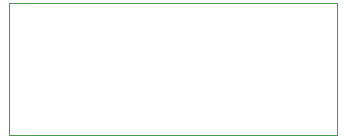
<source format=gbr>
%TF.GenerationSoftware,KiCad,Pcbnew,9.0.2*%
%TF.CreationDate,2025-06-18T16:38:02-05:00*%
%TF.ProjectId,satelliteSAO,73617465-6c6c-4697-9465-53414f2e6b69,rev?*%
%TF.SameCoordinates,Original*%
%TF.FileFunction,Profile,NP*%
%FSLAX46Y46*%
G04 Gerber Fmt 4.6, Leading zero omitted, Abs format (unit mm)*
G04 Created by KiCad (PCBNEW 9.0.2) date 2025-06-18 16:38:02*
%MOMM*%
%LPD*%
G01*
G04 APERTURE LIST*
%TA.AperFunction,Profile*%
%ADD10C,0.050000*%
%TD*%
G04 APERTURE END LIST*
D10*
X142900000Y-92800000D02*
X170700000Y-92800000D01*
X170700000Y-104000000D01*
X142900000Y-104000000D01*
X142900000Y-92800000D01*
M02*

</source>
